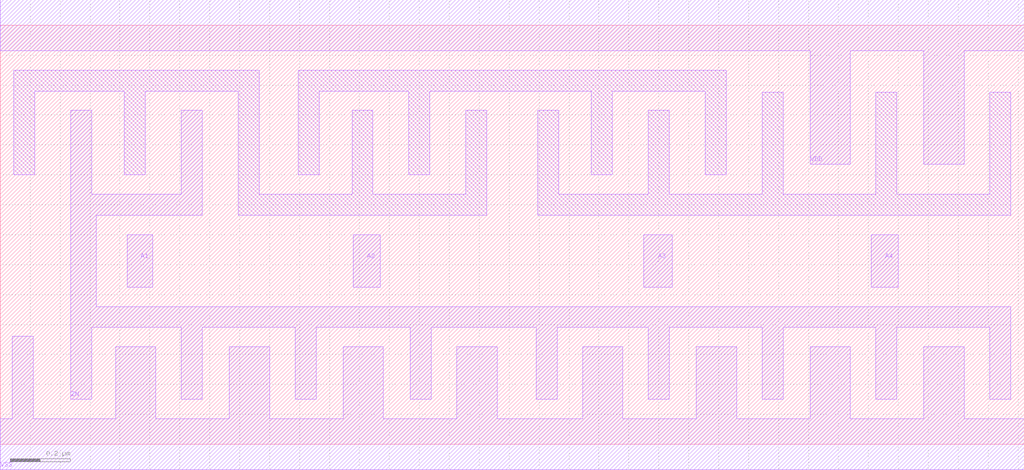
<source format=lef>
# 
# ******************************************************************************
# *                                                                            *
# *                   Copyright (C) 2004-2010, Nangate Inc.                    *
# *                           All rights reserved.                             *
# *                                                                            *
# * Nangate and the Nangate logo are trademarks of Nangate Inc.                *
# *                                                                            *
# * All trademarks, logos, software marks, and trade names (collectively the   *
# * "Marks") in this program are proprietary to Nangate or other respective    *
# * owners that have granted Nangate the right and license to use such Marks.  *
# * You are not permitted to use the Marks without the prior written consent   *
# * of Nangate or such third party that may own the Marks.                     *
# *                                                                            *
# * This file has been provided pursuant to a License Agreement containing     *
# * restrictions on its use. This file contains valuable trade secrets and     *
# * proprietary information of Nangate Inc., and is protected by U.S. and      *
# * international laws and/or treaties.                                        *
# *                                                                            *
# * The copyright notice(s) in this file does not indicate actual or intended  *
# * publication of this file.                                                  *
# *                                                                            *
# *     NGLibraryCreator, v2010.08-HR32-SP3-2010-08-05 - build 1009061800      *
# *                                                                            *
# ******************************************************************************
# 
# 
# Running on brazil06.nangate.com.br for user Giancarlo Franciscatto (gfr).
# Local time is now Fri, 3 Dec 2010, 19:32:18.
# Main process id is 27821.

VERSION 5.6 ;
BUSBITCHARS "[]" ;
DIVIDERCHAR "/" ;

MACRO NOR4_X4
  CLASS core ;
  FOREIGN NOR4_X4 0.0 0.0 ;
  ORIGIN 0 0 ;
  SYMMETRY X Y ;
  SITE FreePDK45_38x28_10R_NP_162NW_34O ;
  SIZE 3.42 BY 1.4 ;
  PIN A1
    DIRECTION INPUT ;
    ANTENNAPARTIALMETALAREA 0.014875 LAYER metal1 ;
    ANTENNAPARTIALMETALSIDEAREA 0.0676 LAYER metal1 ;
    ANTENNAGATEAREA 0.209 ;
    PORT
      LAYER metal1 ;
        POLYGON 0.425 0.525 0.51 0.525 0.51 0.7 0.425 0.7  ;
    END
  END A1
  PIN A2
    DIRECTION INPUT ;
    ANTENNAPARTIALMETALAREA 0.01575 LAYER metal1 ;
    ANTENNAPARTIALMETALSIDEAREA 0.0689 LAYER metal1 ;
    ANTENNAGATEAREA 0.209 ;
    PORT
      LAYER metal1 ;
        POLYGON 1.18 0.525 1.27 0.525 1.27 0.7 1.18 0.7  ;
    END
  END A2
  PIN A3
    DIRECTION INPUT ;
    ANTENNAPARTIALMETALAREA 0.016625 LAYER metal1 ;
    ANTENNAPARTIALMETALSIDEAREA 0.0702 LAYER metal1 ;
    ANTENNAGATEAREA 0.209 ;
    PORT
      LAYER metal1 ;
        POLYGON 2.15 0.525 2.245 0.525 2.245 0.7 2.15 0.7  ;
    END
  END A3
  PIN A4
    DIRECTION INPUT ;
    ANTENNAPARTIALMETALAREA 0.01575 LAYER metal1 ;
    ANTENNAPARTIALMETALSIDEAREA 0.0689 LAYER metal1 ;
    ANTENNAGATEAREA 0.209 ;
    PORT
      LAYER metal1 ;
        POLYGON 2.91 0.525 3 0.525 3 0.7 2.91 0.7  ;
    END
  END A4
  PIN ZN
    DIRECTION OUTPUT ;
    ANTENNAPARTIALMETALAREA 0.466925 LAYER metal1 ;
    ANTENNAPARTIALMETALSIDEAREA 1.7316 LAYER metal1 ;
    ANTENNADIFFAREA 0.67025 ;
    PORT
      LAYER metal1 ;
        POLYGON 0.235 0.15 0.305 0.15 0.305 0.39 0.605 0.39 0.605 0.15 0.675 0.15 0.675 0.39 0.985 0.39 0.985 0.15 1.055 0.15 1.055 0.39 1.37 0.39 1.37 0.15 1.44 0.15 1.44 0.39 1.79 0.39 1.79 0.15 1.86 0.15 1.86 0.39 2.165 0.39 2.165 0.15 2.235 0.15 2.235 0.39 2.545 0.39 2.545 0.15 2.615 0.15 2.615 0.39 2.925 0.39 2.925 0.15 2.995 0.15 2.995 0.39 3.305 0.39 3.305 0.15 3.375 0.15 3.375 0.46 0.32 0.46 0.32 0.765 0.675 0.765 0.675 1.115 0.605 1.115 0.605 0.835 0.305 0.835 0.305 1.115 0.235 1.115  ;
    END
  END ZN
  PIN VDD
    DIRECTION INOUT ;
    USE power ;
    SHAPE ABUTMENT ;
    PORT
      LAYER metal1 ;
        POLYGON 0 1.315 2.425 1.315 2.705 1.315 2.705 0.935 2.84 0.935 2.84 1.315 3.085 1.315 3.085 0.935 3.22 0.935 3.22 1.315 3.375 1.315 3.42 1.315 3.42 1.485 3.375 1.485 2.425 1.485 0 1.485  ;
    END
  END VDD
  PIN VSS
    DIRECTION INOUT ;
    USE ground ;
    SHAPE ABUTMENT ;
    PORT
      LAYER metal1 ;
        POLYGON 0 -0.085 3.42 -0.085 3.42 0.085 3.22 0.085 3.22 0.325 3.085 0.325 3.085 0.085 2.84 0.085 2.84 0.325 2.705 0.325 2.705 0.085 2.46 0.085 2.46 0.325 2.325 0.325 2.325 0.085 2.08 0.085 2.08 0.325 1.945 0.325 1.945 0.085 1.66 0.085 1.66 0.325 1.525 0.325 1.525 0.085 1.28 0.085 1.28 0.325 1.145 0.325 1.145 0.085 0.9 0.085 0.9 0.325 0.765 0.325 0.765 0.085 0.52 0.085 0.52 0.325 0.385 0.325 0.385 0.085 0.11 0.085 0.11 0.36 0.04 0.36 0.04 0.085 0 0.085  ;
    END
  END VSS
  OBS
      LAYER metal1 ;
        POLYGON 0.045 0.9 0.115 0.9 0.115 1.18 0.415 1.18 0.415 0.9 0.485 0.9 0.485 1.18 0.795 1.18 0.795 0.765 1.625 0.765 1.625 1.115 1.555 1.115 1.555 0.835 1.245 0.835 1.245 1.115 1.175 1.115 1.175 0.835 0.865 0.835 0.865 1.25 0.045 1.25  ;
        POLYGON 0.995 0.9 1.065 0.9 1.065 1.18 1.365 1.18 1.365 0.9 1.435 0.9 1.435 1.18 1.975 1.18 1.975 0.9 2.045 0.9 2.045 1.18 2.355 1.18 2.355 0.9 2.425 0.9 2.425 1.25 0.995 1.25  ;
        POLYGON 1.795 0.765 3.375 0.765 3.375 1.175 3.305 1.175 3.305 0.835 2.995 0.835 2.995 1.175 2.925 1.175 2.925 0.835 2.615 0.835 2.615 1.175 2.545 1.175 2.545 0.835 2.235 0.835 2.235 1.115 2.165 1.115 2.165 0.835 1.865 0.835 1.865 1.115 1.795 1.115  ;
  END
END NOR4_X4

END LIBRARY
#
# End of file
#

</source>
